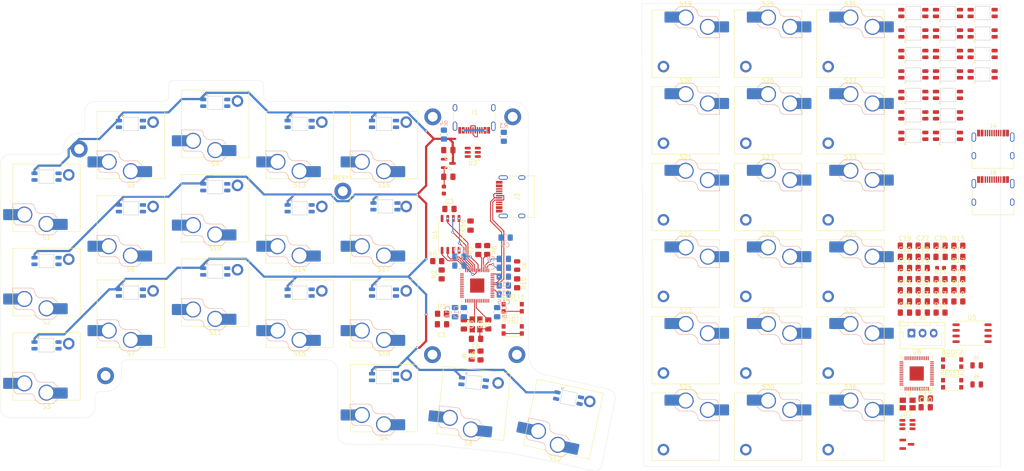
<source format=kicad_pcb>
(kicad_pcb (version 20240108) (generator "pcbnew") (generator_version "8.0")
  (layers (0 "F.Cu" signal) (31 "B.Cu" signal) (34 "B.Paste" user) (35 "F.Paste" user) (36 "B.SilkS" user "B.Silkscreen") (37 "F.SilkS" user "F.Silkscreen") (38 "B.Mask" user) (39 "F.Mask" user) (44 "Edge.Cuts" user))
  (net 0 "")
  (net 1 "USB_BOOT")
  (net 2 "GND")
  (net 3 "RESET")
  (net 4 "+5V")
  (net 5 "+3V3")
  (net 6 "Net-(U2-VO)")
  (net 7 "Net-(U4-XIN)")
  (net 8 "Net-(C6-Pad1)")
  (net 9 "+1V1")
  (net 10 "Net-(D1-A)")
  (net 11 "Net-(D2-A)")
  (net 12 "USB D-")
  (net 13 "Net-(J1-CC2)")
  (net 15 "USB D+")
  (net 17 "Net-(J1-CC1)")
  (net 21 "L_RX")
  (net 22 "L_TX")
  (net 26 "QSPI_SS")
  (net 27 "L_D+")
  (net 28 "Net-(U4-USB_DP)")
  (net 29 "Net-(U4-USB_DM)")
  (net 30 "L_D-")
  (net 31 "Net-(U4-XOUT)")
  (net 32 "GPIO_19")
  (net 33 "GPIO_1")
  (net 34 "GPIO_6")
  (net 35 "GPIO_11")
  (net 36 "GPIO_16")
  (net 37 "GPIO_2")
  (net 38 "GPIO_7")
  (net 39 "GPIO_12")
  (net 40 "GPIO_17")
  (net 41 "GPIO_3")
  (net 42 "GPIO_8")
  (net 43 "GPIO_13")
  (net 44 "GPIO_18")
  (net 45 "GPIO_4")
  (net 46 "GPIO_9")
  (net 47 "GPIO_14")
  (net 48 "GPIO_5")
  (net 49 "GPIO_10")
  (net 50 "GPIO_15")
  (net 51 "GPIO_0")
  (net 52 "QSPI_SD2")
  (net 53 "QSPI_SD0")
  (net 54 "QSPI_SCLK")
  (net 55 "QSPI_SD1")
  (net 56 "QSPI_SD3")
  (net 65 "GND_R")
  (net 66 "USB_BOOT_R")
  (net 67 "RESET_R")
  (net 68 "+5V_R")
  (net 69 "+3V3_R")
  (net 70 "Net-(U6-VO)")
  (net 71 "Net-(U8-XIN)")
  (net 72 "Net-(C24-Pad1)")
  (net 73 "Net-(D3-A)")
  (net 74 "Net-(D4-A)")
  (net 76 "Net-(J4-CC2)")
  (net 77 "Net-(J4-CC1)")
  (net 79 "SWD_R")
  (net 80 "SWCLK_R")
  (net 81 "R_RX")
  (net 82 "R_TX")
  (net 87 "QSPI_SS_R")
  (net 88 "Net-(U8-XOUT)")
  (net 89 "Net-(U8-USB_DP)")
  (net 90 "Net-(U8-USB_DM)")
  (net 91 "GPIO25_R")
  (net 92 "GPIO_1_R")
  (net 93 "GPIO_6_R")
  (net 94 "GPIO_11_R")
  (net 95 "GPIO_2_R")
  (net 96 "GPIO_7_R")
  (net 97 "GPIO_12_R")
  (net 98 "GPIO_16_R")
  (net 99 "GPIO_3_R")
  (net 100 "GPIO_8_R")
  (net 101 "GPIO_13_R")
  (net 102 "GPIO_17_R")
  (net 103 "GPIO_4_R")
  (net 104 "GPIO_9_R")
  (net 105 "GPIO_14_R")
  (net 106 "GPIO_5_R")
  (net 107 "GPIO_10_R")
  (net 108 "GPIO_15_R")
  (net 109 "GPIO_18_R")
  (net 110 "Net-(D5-DOUT)")
  (net 111 "Net-(D6-DOUT)")
  (net 112 "QSPI_SD2_R")
  (net 113 "QSPI_SD0_R")
  (net 114 "QSPI_SD3_R")
  (net 115 "QSPI_SCLK_R")
  (net 116 "QSPI_SD1_R")
  (net 117 "GPIO_0_R")
  (net 120 "Net-(D7-DOUT)")
  (net 124 "Net-(D8-DOUT)")
  (net 128 "USB D-_R")
  (net 129 "USB D+_R")
  (net 130 "L_D-_R")
  (net 131 "L_D+_R")
  (net 132 "+1V1_R")
  (net 133 "Net-(D10-DIN)")
  (net 134 "Net-(D10-DOUT)")
  (net 135 "Net-(D11-DOUT)")
  (net 136 "Net-(D12-DOUT)")
  (net 137 "Net-(D13-DOUT)")
  (net 138 "Net-(D14-DOUT)")
  (net 139 "Net-(D15-DOUT)")
  (net 140 "Net-(D16-DOUT)")
  (net 141 "Net-(D17-DOUT)")
  (net 142 "Net-(D18-DOUT)")
  (net 143 "Net-(D19-DOUT)")
  (net 144 "Net-(D20-DOUT)")
  (net 145 "Net-(D21-DOUT)")
  (net 147 "Net-(D23-DOUT)")
  (net 148 "Net-(D24-DOUT)")
  (net 149 "Net-(D25-DOUT)")
  (net 150 "Net-(D26-DOUT)")
  (net 151 "Net-(D27-DOUT)")
  (net 152 "Net-(D28-DOUT)")
  (net 153 "Net-(D29-DOUT)")
  (net 154 "Net-(D30-DOUT)")
  (net 155 "Net-(D31-DOUT)")
  (net 156 "Net-(D32-DOUT)")
  (net 157 "Net-(D33-DOUT)")
  (net 158 "Net-(D34-DOUT)")
  (net 159 "Net-(D35-DOUT)")
  (net 160 "Net-(D36-DOUT)")
  (net 161 "Net-(D37-DOUT)")
  (net 162 "Net-(D38-DOUT)")
  (net 163 "Net-(D39-DOUT)")
  (footprint "Package_SO:SOIC-8_5.23x5.23mm_P1.27mm" (layer "F.Cu") (at 241.45 93.732)
    (property "Reference" "U5")
    (property "Value" "W25Q128JVS")
  )
  (footprint "Resistor_SMD:R_0805_2012Metric_Pad1.20x1.40mm_HandSolder" (layer "F.Cu") (at 132.5 91.75 90)
    (property "Reference" "R9")
    (property "Value" "1k")
  )
  (footprint "ScottoKeebs_Components:LED_SK6812MINI" (layer "F.Cu") (at 243.825 35.457)
    (property "Reference" "D40" (hide yes))
    (property "Value" "LED_SK6812MINI" (hide yes))
    (fp_line (start -1.7 -1.5) (end -1.7 1.5) (stroke (width 0.12)) (layer "Edge.Cuts"))
    (fp_line (start -1.7 1.5) (end 1.7 1.5) (stroke (width 0.12)) (layer "Edge.Cuts"))
    (fp_line (start 1.7 -1.5) (end -1.7 -1.5) (stroke (width 0.12)) (layer "Edge.Cuts"))
    (fp_line (start 1.7 1.5) (end 1.7 -1.5) (stroke (width 0.12)) (layer "Edge.Cuts"))
  )
  (footprint "ScottoKeebs_Components:LED_0805" (layer "F.Cu") (at 128.75 98.75 90)
    (property "Reference" "D1" (hide yes))
    (property "Value" "Placeholder_LED" (hide yes))
  )
  (footprint "ScottoKeebs_Components:LED_SK6812MINI" (layer "F.Cu") (at 228.225 40.067)
    (property "Reference" "D27" (hide yes))
    (property "Value" "LED_SK6812MINI" (hide yes))
    (fp_line (start -1.7 -1.5) (end -1.7 1.5) (stroke (width 0.12)) (layer "Edge.Cuts"))
    (fp_line (start -1.7 1.5) (end 1.7 1.5) (stroke (width 0.12)) (layer "Edge.Cuts"))
    (fp_line (start 1.7 -1.5) (end -1.7 -1.5) (stroke (width 0.12)) (layer "Edge.Cuts"))
    (fp_line (start 1.7 1.5) (end 1.7 -1.5) (stroke (width 0.12)) (layer "Edge.Cuts"))
  )
  (footprint "ScottoKeebs_Hotswap:Hotswap_Choc_V2_Plated_1.00u" (layer "F.Cu") (at 129.202495 109.537505 174)
    (property "Reference" "S8")
    (property "Value" "Keyswitch")
  )
  (footprint "ScottoKeebs_Hotswap:Hotswap_Choc_V2_Plated_1.00u" (layer "F.Cu") (at 109.014995 70.350005 180)
    (property "Reference" "S17")
    (property "Value" "Keyswitch")
  )
  (footprint "Connector_USB:USB_C_Receptacle_HRO_TYPE-C-31-M-12" (layer "F.Cu") (at 246.17 63.177)
    (property "Reference" "J6")
    (property "Value" "USB_C_Receptacle")
  )
  (footprint "ScottoKeebs_Components:LED_SK6812MINI" (layer "F.Cu") (at 236.025 35.457)
    (property "Reference" "D33" (hide yes))
    (property "Value" "LED_SK6812MINI" (hide yes))
    (fp_line (start -1.7 -1.5) (end -1.7 1.5) (stroke (width 0.12)) (layer "Edge.Cuts"))
    (fp_line (start -1.7 1.5) (end 1.7 1.5) (stroke (width 0.12)) (layer "Edge.Cuts"))
    (fp_line (start 1.7 -1.5) (end -1.7 -1.5) (stroke (width 0.12)) (layer "Edge.Cuts"))
    (fp_line (start 1.7 1.5) (end 1.7 -1.5) (stroke (width 0.12)) (layer "Edge.Cuts"))
  )
  (footprint "Connector_JST:JST_XH_B3B-XH-AM_1x03_P2.50mm_Vertical" (layer "F.Cu") (at 227.8 93.722)
    (property "Reference" "J5")
    (property "Value" "Conn_01x03_Pin")
  )
  (footprint "Capacitor_SMD:C_0805_2012Metric_Pad1.18x1.45mm_HandSolder" (layer "F.Cu") (at 129.75 95 180)
    (property "Reference" "C6")
    (property "Value" "15p")
  )
  (footprint "Resistor_SMD:R_0805_2012Metric_Pad1.20x1.40mm_HandSolder" (layer "F.Cu") (at 238.36 81.562)
    (property "Reference" "R18")
    (property "Value" "27.4")
  )
  (footprint "MountingHole:MountingHole_2.2mm_M2_DIN965_Pad" (layer "F.Cu") (at 46.3125 103.3125)
    (property "Reference" "REF**" (hide yes))
    (property "Value" "MountingHole_2.2mm_M2_DIN965_Pad")
  )
  (footprint "Capacitor_SMD:C_0805_2012Metric_Pad1.18x1.45mm_HandSolder" (layer "F.Cu") (at 226.33 81.562)
    (property "Reference" "C22")
    (property "Value" "10u")
  )
  (footprint "Package_TO_SOT_SMD:SOT-23-6" (layer "F.Cu") (at 226.9 114.307)
    (property "Reference" "U7")
    (property "Value" "USBLC6-2SC6")
  )
  (footprint "ScottoKeebs_Hotswap:Hotswap_Choc_V2_Plated_1.00u" (layer "F.Cu") (at 109.014995 108.350005 180)
    (property "Reference" "S4")
    (property "Value" "Keyswitch")
  )
  (footprint "ScottoKeebs_Components:Voltage_SOT-23" (layer "F.Cu") (at 226.77 118.752)
    (property "Reference" "U6" (hide yes))
    (property "Value" "XC6206-3.3_SOT")
  )
  (footprint "ScottoKeebs_Hotswap:Hotswap_Choc_V2_Plated_1.00u" (layer "F.Cu") (at 90.014995 89.350005 180)
    (property "Reference" "S15")
    (property "Value" "Keyswitch")
  )
  (footprint "Capacitor_SMD:C_0805_2012Metric_Pad1.18x1.45mm_HandSolder" (layer "F.Cu") (at 226.33 86.582)
    (property "Reference" "C24")
    (property "Value" "15p")
  )
  (footprint "ScottoKeebs_Hotswap:Hotswap_Choc_V2_Plated_1.00u" (layer "F.Cu") (at 176.95 97.552)
    (property "Reference" "S23")
    (property "Value" "Keyswitch")
  )
  (footprint "Capacitor_SMD:C_0805_2012Metric_Pad1.18x1.45mm_HandSolder" (layer "F.Cu") (at 123.5 52.5 180)
    (property "Reference" "C2")
    (property "Value" "10u")
  )
  (footprint "Capacitor_SMD:C_0805_2012Metric_Pad1.18x1.45mm_HandSolder" (layer "F.Cu") (at 230.34 74.032)
    (property "Reference" "C27")
    (property "Value" "100n")
  )
  (footprint "ScottoKeebs_Hotswap:Hotswap_Choc_V2_Plated_1.00u" (layer "F.Cu") (at 214.05 28.544)
    (property "Reference" "S31")
    (property "Value" "Keyswitch")
  )
  (footprint "Capacitor_SMD:C_0805_2012Metric_Pad1.18x1.45mm_HandSolder" (layer "F.Cu") (at 231.01 108.442)
    (property "Reference" "C26")
    (property "Value" "1u")
  )
  (footprint "ScottoKeebs_Hotswap:Hotswap_Choc_V2_Plated_1.00u" (layer "F.Cu") (at 195.5 80.3)
    (property "Reference" "S28")
    (property "Value" "Keyswitch")
  )
  (footprint "Capacitor_SMD:C_0805_2012Metric_Pad1.18x1.45mm_HandSolder" (layer "F.Cu") (at 226.33 76.542)
    (property "Reference" "C20")
    (property "Value" "10u")
  )
  (footprint "ScottoKeebs_Hotswap:Hotswap_Choc_V2_Plated_1.00u" (layer "F.Cu") (at 214.05 114.804)
    (property "Reference" "S36")
    (property "Value" "Keyswitch")
  )
  (footprint "ScottoKeebs_Hotswap:Hotswap_Choc_V2_Plated_1.00u" (layer "F.Cu") (at 33.014995 101.225005 180)
    (property "Reference" "S3")
    (property "Value" "Keyswitch")
  )
  (footprint "Capacitor_SMD:C_0805_2012Metric_Pad1.18x1.45mm_HandSolder" (layer "F.Cu") (at 128.5 69.5 90)
    (property "Reference" "C10")
    (property "Value" "10u")
  )
  (footprint "ScottoKeebs_Hotswap:Hotswap_Choc_V2_Plated_1.00u" (layer "F.Cu") (at 176.95 28.544)
    (property "Reference" "S19")
    (property "Value" "Keyswitch")
  )
  (footprint "ScottoKeebs_Components:Fuse_0603" (layer "F.Cu") (at 234.35 79.052)
    (property "Reference" "F2" (hide yes))
    (property "Value" "500mA" (hide yes))
  )
  (footprint "ScottoKeebs_Hotswap:Hotswap_Choc_V2_Plated_1.00u" (layer "F.Cu") (at 33.014995 82.225005 180)
    (property "Reference" "S2")
    (property "Value" "Keyswitch")
  )
  (footprint "Resistor_SMD:R_0805_2012Metric_Pad1.20x1.40mm_HandSolder" (layer "F.Cu") (at 238.36 74.032)
    (property "Reference" "R15")
    (property "Value" "5K1")
  )
  (footprint "ScottoKeebs_Hotswap:Hotswap_Choc_V2_Plated_1.00u" (layer "F.Cu") (at 195.5 45.796)
    (property "Reference" "S26")
    (property "Value" "Keyswitch")
  )
  (footprint "Capacitor_SMD:C_0805_2012Metric_Pad1.18x1.45mm_HandSolder" (layer "F.Cu") (at 123.75 65.75)
    (property "Reference" "C3")
    (property "Value" "100n")
  )
  (footprint "ScottoKeebs_Hotswap:Hotswap_Choc_V2_Plated_1.00u" (layer "F.Cu") (at 176.95 63.048)
    (property "Reference" "S21")
    (property "Value" "Keyswitch")
  )
  (footprint "Capacitor_SMD:C_0805_2012Metric_Pad1.18x1.45mm_HandSolder" (layer "F.Cu") (at 226.33 74.032)
    (property "Reference" "C19")
    (property "Value" "100n")
  )
  (footprint "Package_TO_SOT_SMD:SOT-23-6" (layer "F.Cu") (at 129 53 180)
    (property "Reference" "U3")
    (property "Value" "USBLC6-2SC6")
  )
  (footprint "ScottoKeebs_Components:LED_SK6812MINI" (layer "F.Cu") (at 228.225 49.287)
    (property "Reference" "D29" (hide yes))
    (property "Value" "LED_SK6812MINI" (hide yes))
    (fp_line (start -1.7 -1.5) (end -1.7 1.5) (stroke (width 0.12)) (layer "Edge.Cuts"))
    (fp_line (start -1.7 1.5) (end 1.7 1.5) (stroke (width 0.12)) (layer "Edge.Cuts"))
    (fp_line (start 1.7 -1.5) (end -1.7 -1.5) (stroke (width 0.12)) (layer "Edge.Cuts"))
    (fp_line (start 1.7 1.5) (end 1.7 -1.5) (stroke (width 0.12)) (layer "Edge.Cuts"))
  )
  (footprint "Resistor_SMD:R_0805_2012Metric_Pad1.20x1.40mm_HandSolder" (layer "F.Cu") (at 234.35 84.072)
    (property "Reference" "R12")
    (property "Value" "10k")
  )
  (footprint "ScottoKeebs_Hotswap:Hotswap_Choc_V2_Plated_1.00u" (layer "F.Cu") (at 214.05 63.048)
    (property "Reference" "S33")
    (property "Value" "Keyswitch")
  )
  (footprint "ScottoKeebs_Hotswap:Hotswap_Choc_V2_Plated_1.00u" (layer "F.Cu") (at 214.05 97.552)
    (property "Reference" "S35")
    (property "Value" "Keyswitch")
  )
  (footprint "ScottoKeebs_Components:LED_SK6812MINI" (layer "F.Cu") (at 236.025 30.847)
    (property "Reference" "D32" (hide yes))
    (property "Value" "LED_SK6812MINI" (hide yes))
    (fp_line (start -1.7 -1.5) (end -1.7 1.5) (stroke (width 0.12)) (layer "Edge.Cuts"))
    (fp_line (start -1.7 1.5) (end 1.7 1.5) (stroke (width 0.12)) (layer "Edge.Cuts"))
    (fp_line (start 1.7 -1.5) (end -1.7 -1.5) (stroke (width 0.12)) (layer "Edge.Cuts"))
    (fp_line (start 1.7 1.5) (end 1.7 -1.5) (stroke (width 0.12)) (layer "Edge.Cuts"))
  )
  (footprint "Capacitor_SMD:C_0805_2012Metric_Pad1.18x1.45mm_HandSolder" (layer "F.Cu") (at 226.33 89.092)
    (property "Reference" "C25")
    (property "Value" "100n")
  )
  (footprint "ScottoKeebs_Components:LED_0805" (layer "F.Cu") (at 139 78.5 -90)
    (property "Reference" "D2" (hide yes))
    (property "Value" "Placeholder_LED" (hide yes))
  )
  (footprint "Resistor_SMD:R_0805_2012Metric_Pad1.20x1.40mm_HandSolder" (layer "F.Cu") (at 238.36 79.052)
    (property "Reference" "R17")
    (property "Value" "1k")
  )
  (footprint "ScottoKeebs_Components:LED_SK6812MINI" (layer "F.Cu") (at 243.825 26.237)
    (property "Reference" "D38" (hide yes))
    (property "Value" "LED_SK6812MINI" (hide yes))
    (fp_line (start -1.7 -1.5) (end -1.7 1.5) (stroke (width 0.12)) (layer "Edge.Cuts"))
    (fp_line (start -1.7 1.5) (end 1.7 1.5) (stroke (width 0.12)) (layer "Edge.Cuts"))
    (fp_line (start 1.7 -1.5) (end -1.7 -1.5) (stroke (width 0.12)) (layer "Edge.Cuts"))
    (fp_line (start 1.7 1.5) (end 1.7 -1.5) (stroke (width 0.12)) (layer "Edge.Cuts"))
  )
  (footprint "MountingHole:MountingHole_2.2mm_M2_DIN965_Pad" (layer "F.Cu") (at 40.375 52.25)
    (property "Reference" "REF**" (hide yes))
    (property "Value" "MountingHole_2.2mm_M2_DIN965_Pad")
  )
  (footprint "ScottoKeebs_Components:LED_SK6812MINI" (layer "F.Cu") (at 236.025 26.237)
    (property "Reference" "D31" (hide yes))
    (property "Value" "LED_SK6812MINI" (hide yes))
    (fp_line (start -1.7 -1.5) (end -1.7 1.5) (stroke (width 0.12)) (layer "Edge.Cuts"))
    (fp_line (start -1.7 1.5) (end 1.7 1.5) (stroke (width 0.12)) (layer "Edge.Cuts"))
    (fp_line (start 1.7 -1.5) (end -1.7 -1.5) (stroke (width 0.12)) (layer "Edge.Cuts"))
    (fp_line (start 1.7 1.5) (end 1.7 -1.5) (stroke (width 0.12)) (layer "Edge.Cuts"))
  )
  (footprint "Resistor_SMD:R_0805_2012Metric_Pad1.20x1.40mm_HandSolder" (layer "F.Cu") (at 121 77.5 180)
    (property "Reference" "R5")
    (property "Value" "DNF")
  )
  (footprint "Capacitor_SMD:C_0805_2012Metric_Pad1.18x1.45mm_HandSolder" (layer "F.Cu") (at 127 91.75 -90)
    (property "Reference" "C5")
    (property "Value" "15p")
  )
  (footprint "ScottoKeebs_Components:Voltage_SOT-23" (layer "F.Cu") (at 123.5 55.5)
    (property "Reference" "U2" (hide yes))
    (property "Value" "XC6206-3.3_SOT" (hide yes))
  )
  (footprint "Button_Switch_SMD:SW_Push_1P1T_NO_CK_KMR2" (layer "F.Cu") (at 138 88)
    (property "Reference" "RESET1")
    (property "Value" "RESET")
  )
  (footprint "Resistor_SMD:R_0805_2012Metric_Pad1.20x1.40mm_HandSolder" (layer "F.Cu") (at 238.36 76.542)
    (property "Reference" "R16")
    (property "Value" "1k")
  )
  (footprint "Capacitor_SMD:C_0805_2012Metric_Pad1.18x1.45mm_HandSolder" (layer "F.Cu") (at 122.077495 91.725005)
    (property "Reference" "C1")
    (property "Value" "100n")
  )
  (footprint "ScottoKeebs_Hotswap:Hotswap_Choc_V2_Plated_1.00u" (layer "F.Cu") (at 195.5 28.544)
    (property "Reference" "S25")
    (property "Value" "Keyswitch")
  )
  (footprint "Connector_USB:USB_C_Receptacle_HRO_TYPE-C-31-M-12" (layer "F.Cu") (at 246.17 52.707)
    (property "Reference" "J4")
    (property "Value" "USB_C_Receptacle")
  )
  (footprint "Package_DFN_QFN:QFN-56-1EP_7x7mm_P0.4mm_EP3.2x3.2mm" (layer "F.Cu") (at 228.98 102.802)
    (property "Reference" "U8")
    (property "Value" "RP2040")
  )
  (footprint "ScottoKeebs_Components:LED_SK6812MINI" (layer "F.Cu") (at 228.225 26.237)
    (property "Reference" "D24" (hide yes))
    (property "Value" "LED_SK6812MINI" (hide yes))
    (fp_line (start -1.7 -1.5) (end -1.7 1.5) (stroke (width 0.12)) (layer "Edge.Cuts"))
    (fp_line (start -1.7 1.5) (end 1.7 1.5) (stroke (width 0.12)) (layer "Edge.Cuts"))
    (fp_line (start 1.7 -1.5) (end -1.7 -1.5) (stroke (width 0.12)) (layer "Edge.Cuts"))
    (fp_line (start 1.7 1.5) (end 1.7 -1.5) (stroke (width 0.12)) (layer "Edge.Cuts"))
  )
  (footprint "Resistor_SMD:R_0805_2012Metric_Pad1.20x1.40mm_HandSolder" (layer "F.Cu") (at 238.36 86.582)
    (property "Reference" "R20")
    (property "Value" "1k")
  )
  (footprint "MountingHole:MountingHole_2.2mm_M2_DIN965_Pad" (layer "F.Cu") (at 119.9375 98.5625)
    (property "Reference" "REF**" (hide yes))
    (property "Value" "MountingHole_2.2mm_M2_DIN965_Pad")
  )
  (footprint "ScottoKeebs_Components:LED_0805" (layer "F.Cu") (at 242.49 105.272)
    (property "Reference" "D4" (hide yes))
    (property "Value" "Placeholder_LED" (hide yes))
  )
  (footprint "ScottoKeebs_Hotswap:Hotswap_Choc_V2_Plated_1.00u" (layer "F.Cu") (at 195.5 63.048)
    (property "Reference" "S27")
    (property "Value" "Keyswitch")
  )
  (footprint "ScottoKeebs_Hotswap:Hotswap_Choc_V2_Plated_1.00u" (layer "F.Cu") (at 176.95 80.3)
    (property "Reference" "S22")
    (property "Value" "Keyswitch")
  )
  (footprint "Capacitor_SMD:C_0805_2012Metric_Pad1.18x1.45mm_HandSolder" (layer "F.Cu") (at 234.35 76.542)
    (property "Reference" "C36")
    (property "Value" "100n")
  )
  (footprint "Capacitor_SMD:C_0805_2012Metric_Pad1.18x1.45mm_HandSolder" (layer "F.Cu") (at 234.35 74.032)
    (property "Reference" "C35")
    (property "Value" "100n")
  )
  (footprint "ScottoKeebs_Components:LED_SK6812MINI" (layer "F.Cu") (at 236.025 21.627)
    (property "Reference" "D30" (hide yes))
    (property "Value" "LED_SK6812MINI" (hide yes))
    (fp_line (start -1.7 -1.5) (end -1.7 1.5) (stroke (width 0.12)) (layer "Edge.Cuts"))
    (fp_line (start -1.7 1.5) (end 1.7 1.5) (stroke (width 0.12)) (layer "Edge.Cuts"))
    (fp_line (start 1.7 -1.5) (end -1.7 -1.5) (stroke (width 0.12)) (layer "Edge.Cuts"))
    (fp_line (start 1.7 1.5) (end 1.7 -1.5) (stroke (width 0.12)) (layer "Edge.Cuts"))
  )
  (footprint "Capacitor_SMD:C_0805_2012Metric_Pad1.18x1.45mm_HandSolder" (layer "F.Cu") (at 231.01 110.412)
    (property "Reference" "C30")
    (property "Value" "1u")
  )
  (footprint "ScottoKeebs_Components:LED_SK6812MINI" (layer "F.Cu") (at 236.025 44.677)
    (property "Reference" "D35" (hide yes))
    (property "Value" "LED_SK6812MINI" (hide yes))
    (fp_line (start -1.7 -1.5) (end -1.7 1.5) (stroke (width 0.12)) (layer "Edge.Cuts"))
    (fp_line (start -1.7 1.5) (end 1.7 1.5) (stroke (width 0.12)) (layer "Edge.Cuts"))
    (fp_line (start 1.7 -1.5) (end -1.7 -1.5) (stroke (width 0.12)) (layer "Edge.Cuts"))
    (fp_line (start 1.7 1.5) (end 1.7 -1.5) (stroke (width 0.12)) (layer "Edge.Cuts"))
  )
  (footprint "Resistor_SMD:R_0805_2012Metric_Pad1.20x1.40mm_HandSolder" (layer "F.Cu") (at 132.25 75 90)
    (property "Reference" "R8")
    (property "Value" "27.4")
  )
  (footprint "ScottoKeebs_Hotswap:Hotswap_Choc_V2_Plated_1.00u" (layer "F.Cu") (at 195.5 114.804)
    (property "Reference" "S30")
    (property "Value" "Keyswitch")
  )
  (footprint "ScottoKeebs_Components:Fuse_0603" (layer "F.Cu") (at 122.5 61.5 -90)
    (property "Reference" "F1" (hide yes))
    (property "Value" "500mA" (hide yes))
  )
  (footprint "ScottoKeebs_Hotswap:Hotswap_Choc_V2_Plated_1.00u" (layer "F.Cu") (at 176.95 45.796)
    (property "Reference" "S20")
    (property "Value" "Keyswitch")
  )
  (footprint "Capacitor_SMD:C_0805_2012Metric_Pad1.18x1.45mm_HandSolder" (layer "F.Cu") (at 226.33 79.052)
    (property "Reference" "C21")
    (property "Value" "100n")
  )
  (footprint "Resistor_SMD:R_0805_2012Metric_Pad1.20x1.40mm_HandSolder" (layer "F.Cu") (at 234.35 81.562)
    (property "Reference" "R11")
    (property "Value" "1k")
  )
  (footprint "Resistor_SMD:R_0805_2012Metric_Pad1.20x1.40mm_HandSolder" (layer "F.Cu") (at 122 80.5 90)
    (property "Reference" "R2")
    (property "Value" "1k")
  )
  (footprint "MountingHole:MountingHole_2.2mm_M2_DIN965_Pad" (layer "F.Cu") (at 138 45)
    (property "Reference" "REF**" (hide yes))
    (property "Value" "MountingHole_2.2mm_M2_DIN965_Pad")
  )
  (footprint "Capacitor_SMD:C_0805_2012Metric_Pad1.18x1.45mm_HandSolder" (layer "F.Cu") (at 230.34 81.562)
    (property "Reference" "C31")
    (property "Value" "100n")
  )
  (footprint "ScottoKeebs_Components:LED_SK6812MINI" (layer "F.Cu") (at 236.025 40.067)
    (property "Reference" "D34" (hide yes))
    (property "Value" "LED_SK6812MINI" (hide yes))
    (fp_line (start -1.7 -1.5) (end -1.7 1.5) (stroke (width 0.12)) (layer "Edge.Cuts"))
    (fp_line (start -1.7 1.5) (end 1.7 1.5) (stroke (width 0.12)) (layer "Edge.Cuts"))
    (fp_line (start 1.7 -1.5) (end -1.7 -1.5) (stroke (width 0.12)) (layer "Edge.Cuts"))
    (fp_line (start 1.7 1.5) (end 1.7 -1.5) (stroke (width 0.12)) (layer "Edge.Cuts"))
  )
  (footprint "Connector_USB:USB_C_Receptacle_HRO_TYPE-C-31-M-12" (layer "F.Cu") (at 139 63 90)
    (property "Reference" "J3")
    (property "Value" "USB_C_Receptacle")
  )
  (footprint "ScottoKeebs_Hotswap:Hotswap_Choc_V2_Plated_1.00u" (layer "F.Cu") (at 109.014995 51.350005 180)
    (property "Reference" "S16")
    (property "Value" "Keyswitch")
  )
  (footprint "ScottoKeebs_Hotswap:Hotswap_Choc_V2_Plated_1.00u" (layer "F.Cu") (at 90.014995 70.350005 180)
    (property "Reference" "S14")
    (property "Value" "Keyswitch")
  )
  (footprint "Resistor_SMD:R_0805_2012Metric_Pad1.20x1.40mm_HandSolder" (layer "F.Cu") (at 234.35 86.582)
    (property "Reference" "R13")
    (property "Value" "DNF")
  )
  (footprint "Capacitor_SMD:C_0805_2012Metric_Pad1.18x1.45mm_HandSolder" (layer "F.Cu") (at 230.34 84.072)
    (property "Reference" "C32")
    (property "Value" "100n")
  )
  (footprint "Resistor_SMD:R_0805_2012Metric_Pad1.20x1.40mm_HandSolder" (layer "F.Cu") (at 130.25 75 -90)
    (property "Reference" "R7")
    (property "Value" "27.4")
  )
  (footprint "MountingHole:MountingHole_2.2mm_M2_DIN965_Pad" (layer "F.Cu") (at 120 45)
    (property "Reference" "REF**" (hide yes))
    (property "Value" "MountingHole_2.2mm_M2_DIN965_Pad")
  )
  (footprint "Resistor_SMD:R_0805_2012Metric_Pad1.20x1.40mm_HandSolder" (layer "F.Cu") (at 122.077495 89.350005)
    (property "Reference" "R1")
    (property "Value" "10k")
  )
  (footprint "ScottoKeebs_Components:LED_SK6812MINI" (layer "F.Cu") (at 236.025 49.287)
    (property "Reference" "D36" (hide yes))
    (property "Value" "LED_SK6812MINI" (hide yes))
    (fp_line (start -1.7 -1.5) (end -1.7 1.5) (stroke (width 0.12)) (layer "Edge.Cuts"))
    (fp_line (start -1.7 1.5) (end 1.7 1.5) (stroke (width 0.12)) (layer "Edge.Cuts"))
    (fp_line (start 1.7 -1.5) (end -1.7 -1.5) (stroke (width 0.12)) (layer "Edge.Cuts"))
    (fp_line (start 1.7 1.5) (end 1.7 -1.5) (stroke (width 0.12)) (layer "Edge.Cuts"))
  )
  (footprint "ScottoKeebs_Hotswap:Hotswap_Choc_V2_Plated_1.00u" (layer "F.Cu") (at 52.014995 51.350005 180)
    (property "Reference" "S5")
    (property "Value" "Keyswitch")
  )
  (footprint "ScottoKeebs_Hotswap:Hotswap_Choc_V2_Plated_1.00u" (layer "F.Cu") (at 195.5 97.552)
    (property "Reference" "S29")
    (property "Value" "Keyswitch")
  )
  (footprint "ScottoKeebs_Components:LED_SK6812MINI" (layer "F.Cu") (at 243.825 30.847)
    (property "Reference" "D39" (hide yes))
    (property "Value" "LED_SK6812MINI" (hide yes))
    (fp_line (start -1.7 -1.5) (end -1.7 1.5) (stroke (width 0.12)) (layer "Edge.Cuts"))
    (fp_line (start -1.7 1.5) (end 1.7 1.5) (stroke (width 0.12)) (layer "Edge.Cuts"))
    (fp_line (start 1.7 -1.5) (end -1.7 -1.5) (stroke (width 0.12)) (layer "Edge.Cuts"))
    (fp_line (start 1.7 1.5) (end 1.7 -1.5) (stroke (width 0.12)) (layer "Edge.Cuts"))
  )
  (footprint "Capacitor_SMD:C_0805_2012Metric_Pad1.18x1.45mm_HandSolder" (layer "F.Cu") (at 226.33 84.072)
    (property "Reference" "C23")
    (property "Value" "15p")
  )
  (footprint "ScottoKeebs_Hotswap:Hotswap_Choc_V2_Plated_1.00u" (layer "F.Cu") (at 71.014995 46.600005 180)
    (property "Reference" "S9")
    (property "Value" "Keyswitch")
  )
  (footprint "Capacitor_SMD:C_0805_2012Metric_Pad1.18x1.45mm_HandSolder" (layer "F.Cu") (at 230.34 89.092)
    (property "Reference" "C34")
    (property "Value" "100n")
  )
  (footprint "MountingHole:MountingHole_2.2mm_M2_DIN965_Pad" (layer "F.Cu") (at 138.9375 98.5625)
    (property "Reference" "REF**" (hide yes))
    (property "Value" "MountingHole_2.2mm_M2_DIN965_Pad")
  )
  (footprint "Capacitor_SMD:C_0805_2012Metric_Pad1.18x1.45mm_HandSolder" (layer "F.Cu") (at 123.5 58.5)
    (property "Reference" "C4")
    (property "Value" "10u")
  )
  (footprint "Resistor_SMD:R_0805_2012Metric_Pad1.20x1.40mm_HandSolder" (layer "F.Cu") (at 139 82.5 90)
    (property "Reference" "R10")
    (property "Value" "1k")
  )
  (footprint "Capacitor_SMD:C_0805_2012Metric_Pad1.18x1.45mm_HandSolder" (layer "F.Cu") (at 230.34 86.582)
    (property "Reference" "C33")
    (property "Value" "100n")
  )
  (footprint "ScottoKeebs_Hotswap:Hotswap_Choc_V2_Plated_1.00u" (layer "F.Cu") (at 149.389995 113.100005 168)
    (property "Reference" "S12")
    (property "Value" "Keyswitch")
  )
  (footprint "ScottoKeebs_Hotswap:Hotswap_Choc_V2_Plated_1.00u" (layer "F.Cu") (at 214.05 45.796)
    (property "Reference" "S32")
    (property "Value" "Keyswitch")
  )
  (footprint "ScottoKeebs_Components:LED_0805" (layer "F.Cu") (at 242.49 100.972)
    (property "Reference" "D3" (hide yes))
    (property "Value" "Placeholder_LED" (hide yes))
  )
  (footprint "Crystal:Crystal_SMD_Abracon_ABM8G-4Pin_3.2x2.5mm" (layer "F.Cu") (at 129.75 91.75 -90)
    (property "Reference" "Y1")
    (property "Value" "Crystal_GND24")
  )
  (footprint "Resistor_SMD:R_0805_2012Metric_Pad1.20x1.40mm_HandSolder" (layer "F.Cu") (at 234.35 89.092)
    (property "Reference" "R14")
    (property "Value" "5K1")
  )
  (footprint "ScottoKeebs_Hotswap:Hotswap_Choc_V2_Plated_1.00u" (layer "F.Cu") (at 90.014995 51.350005 180)
    (property "Reference" "S13")
    (property "Value" "Keyswitch")
  )
  (footprint "Button_Switch_SMD:SW_Push_1P1T_NO_CK_KMR2" (layer "F.Cu") (at 236.96 100.472)
    (property "Reference" "BOOT2")
    (property "Value" "USB_BOOT")
  )
  (footprint "ScottoKeebs_Hotswap:Hotswap_Choc_V2_Plated_1.00u" (layer "F.Cu") (at 214.05 80.3)
    (property "Reference" "S34")
    (property "Value" "Keyswitch")
  )
  (footprint "ScottoKeebs_Components:LED_SK6812MINI" (layer "F.Cu") (at 228.225 44.677)
    (property "Reference" "D28" (hide yes))
    (property "Value" "LED_SK6812MINI" (hide yes))
    (fp_line (start -1.7 -1.5) (end -1.7 1.5) (stroke (width 0.12)) (layer "Edge.Cuts"))
    (fp_line (start -1.7 1.5) (end 1.7 1.5) (stroke (width 0.12)) (layer "Edge.Cuts"))
    (fp_line (start 1.7 -1.5) (end -1.7 -1.5) (stroke (width 0.12)) (layer "Edge.Cuts"))
    (fp_line (start 1.7 1.5) (end 1.7 -1.5) (stroke (width 0.12)) (layer "Edge.Cuts"))
  )
  (footprint "Capacitor_SMD:C_0805_2012Metric_Pad1.18x1.45mm_HandSolder" (layer "F.Cu") (at 230.34 76.542)
    (property "Reference" "C28")
    (property "Value" "10u")
  )
  (footprint "ScottoKeebs_Components:LED_SK6812MINI" (layer "F.Cu") (at 243.825 21.627)
    (property "Reference" "D37" (hide yes))
    (property "Value" "LED_SK6812MINI" (hide yes))
    (fp_line (start -1.7 -1.5) (end -1.7 1.5) (stroke (width 0.12)) (layer "Edge.Cuts"))
    (fp_line (start -1.7 1.5) (end 1.7 1.5) (stroke (width 0.12)) (layer "Edge.Cuts"))
    (fp_line (start 1.7 -1.5) (end -1.7 -1.5) (stroke (width 0.12)) (layer "Edge.Cuts"))
    (fp_line (start 1.7 1.5) (end 1.7 -1.5) (stroke (width 0.12)) (layer "Edge.Cuts"))
  )
  (footprint "ScottoKeebs_Components:LED_SK6812MINI" (layer "F.Cu") (at 228.225 30.847)
    (property "Reference" "D25" (hide yes))
    (property "Value" "LED_SK6812MINI" (hide yes))
    (fp_line (start -1.7 -1.5) (end -1.7 1.5) (stroke (width 0.12)) (layer "Edge.Cuts"))
    (fp_line (start -1.7 1.5) (end 1.7 1.5) (stroke (width 0.12)) (layer "Edge.Cuts"))
    (fp_line (start 1.7 -1.5) (end -1.7 -1.5) (stroke (width 0.12)) (layer "Edge.Cuts"))
    (fp_line (start 1.7 1.5) (end 1.7 -1.5) (stroke (width 0.12)) (layer "Edge.Cuts"))
  )
  (footprint "Button_Switch_SMD:SW_Push_1P1T_NO_CK_KMR2" (layer "F.Cu") (at 138 93)
    (property "Reference" "BOOT1")
    (property "Value" "USB_BOOT")
  )
  (footprint "ScottoKeebs_Hotswap:Hotswap_Choc_V2_Plated_1.00u" (layer "F.Cu") (at 52.014995 70.350005 180)
    (property "Reference" "S6")
    (property "Value" "Keyswitch")
  )
  (footprint "Capacitor_SMD:C_0805_2012Metric_Pad1.18x1.45mm_HandSolder" (layer "F.Cu") (at 230.34 79.052)
    (property "Reference" "C29")
    (property "Value" "100n")
  )
  (footprint "Package_SO:SOIC-8_5.23x5.23mm_P1.27mm" (layer "F.Cu") (at 124 71.5 90)
    (property "Reference" "U1")
    (property "Value" "W25Q128JVS")
  )
  (footprint "ScottoKeebs_Components:LED_SK6812MINI" (layer "F.Cu") (at 228.225 21.627)
    (property "Reference" "D23" (hide yes))
    (property "Value" "LED_SK6812MINI" (hide yes))
    (fp_line (start -1.7 -1.5) (end -1.7 1.5) (stroke (width 0.12)) (layer "Edge.Cuts"))
    (fp_line (start -1.7 1.5) (end 1.7 1.5) (stroke (width 0.12)) (layer "Edge.Cuts"))
    (fp_line (start 1.7 -1.5) (end -1.7 -1.5) (stroke (width 0.12)) (layer "Edge.Cuts"))
    (fp_line (start 1.7 1.5) (end 1.7 -1.5) (stroke (width 0.12)) (layer "Edge.Cuts"))
  )
  (footprint "ScottoKeebs_Hotswap:Hotswap_Choc_V2_Plated_1.00u" (layer "F.Cu") (at 52.014995 89.350005 180)
    (property "Reference" "S7")
    (property "Value" "Keyswitch")
  )
  (footprint "ScottoKeebs_Hotswap:Hotswap_Choc_V2_Plated_1.00u" (layer "F.Cu") (at 176.95 114.804)
    (property "Reference" "S24")
    (property "Value" "Keyswitch")
  )
  (footprint "ScottoKeebs_Components:LED_SK6812MINI" (layer "F.Cu") (at 228.225 35.457)
    (property "Reference" "D26" (hide yes))
    (property "Value" "LED_SK6812MINI" (hide yes))
    (fp_line (start -1.7 -1.5) (end -1.7 1.5) (stroke (width 0.12)) (layer "Edge.Cuts"))
    (fp_line (start -1.7 1.5) (end 1.7 1.5) (stroke (width 0.12)) (layer "Edge.Cuts"))
    (fp_line (start 1.7 -1.5) (end -1.7 -1.5) (stroke (width 0.12)) (layer "Edge.Cuts"))
    (fp_line (start 1.7 1.5) (end 1.7 -1.5) (stroke (width 0.12)) (layer "Edge.Cuts"))
  )
  (footprint "ScottoKeebs_Hotswap:Hotswap_Choc_V2_Plated_1.00u" (layer "F.Cu") (at 71.014995 84.600005 180)
    (property "Reference" "S11")
    (property "Value" "Keyswitch")
  )
  (footprint "ScottoKeebs_Hotswap:Hotswap_Choc_V2_Plated_1.00u" (layer "F.Cu") (at 71.014995 65.600005 180)
    (property "Reference" "S10")
    (property "Value" "Keyswitch")
  )
  (footprint "Resistor_SMD:R_0805_2012Metric_Pad1.20x1.40mm_HandSolder" (layer "F.Cu") (at 130.75 98.75 90)
    (property "Reference" "R6")
    (property "Value" "1k")
  )
  (footprint "MountingHole:MountingHole_2.2mm_M2_DIN965_Pad" (layer "F.Cu") (at 99.75 61.75)
    (property "Reference" "REF**")
    (property "Value" "MountingHole_2.2mm_M2_DIN965_Pad")
  )
  (footprint "Connector_USB:USB_C_Receptacle_HRO_TYPE-C-31-M-12" (layer "F.Cu") (at 129.32 44 180)
    (property "Reference" "J1")
    (property "Value" "USB_C_Receptacle")
  )
  (footprint "ScottoKeebs_Hotswap:Hotswap_Choc_V2_Plated_1.00u" (layer "F.Cu") (at 33.014995 63.225005 180)
    (property "Reference" "S1")
    (property "Value" "Keyswitch")
  )
  (footprint "Crystal:Crystal_SMD_Abracon_ABM8G-4Pin_3.2x2.5mm" (layer "F.Cu") (at 226.95 109.682)
    (property "Reference" "Y2")
    (property "Value" "Crystal_GND24")
  )
  (footprint "Resistor_SMD:R_0805_2012Metric_Pad1.20x1.40mm_HandSolder" (layer "F.Cu") (at 238.36 84.072)
    (property "Reference" "R19")
    (property "Value" "27.4")
  )
  (footprint "Package_DFN_QFN:QFN-56-1EP_7x7mm_P0.4mm_EP3.2x3.2mm" (layer "F.Cu") (at 130 83)
    (property "Reference" "U4" (hide yes))
    (property "Value" "RP2040")
  )
  (footprint "Button_Switch_SMD:SW_Push_1P1T_NO_CK_KMR2" (layer "F.Cu") (at 236.96 105.122)
    (property "Reference" "RESET2")
    (property "Value" "RESET")
  )
  (footprint "ScottoKeebs_Hotswap:Hotswap_Choc_V2_Plated_1.00u" (layer "F.Cu") (at 109.014995 89.350005 180)
    (property "Reference" "S18")
    (property "Value" "Keyswitch")
  )
  (footprint "ScottoKeebs_Components:LED_SK6812MINI" (layer "B.Cu") (at 129.202495 104.787505 -6)
    (property "Reference" "D5" (hide yes))
    (property "Value" "LED_SK6812MINI" (hide yes))
    (fp_line (start -1.7 1.5) (end 1.7 1.5) (stroke (width 0.12)) (layer "Edge.Cuts"))
    (fp_line (start -1.7 -1.5) (end -1.7 1.5) (stroke (width 0.12)) (layer "Edge.Cuts"))
    (fp_line (start 1.7 1.5) (end 1.7 -1.5) (stroke (width 0.12)) (layer "Edge.Cuts"))
    (fp_line (start 1.7 -1.5) (end -1.7 -1.5) (stroke (width 0.12)) (layer "Edge.Cuts"))
  )
  (footprint "Resistor_SMD:R_0805_2012Metric_Pad1.20x1.40mm_HandSolder" (layer "B.Cu") (at 136 49.5 90)
    (property "Reference" "R3")
    (property "Value" "5K1")
  )
  (footprint "Capacitor_SMD:C_0805_2012Metric_Pad1.18x1.45mm_HandSolder" (layer "B.Cu") (at 126 78.5 180)
    (property "Reference" "C7")
    (property "Value" "100n")
  )
  (footprint "Capacitor_SMD:C_0805_2012Metric_Pad1.18x1.45mm_HandSolder" (layer "B.Cu") (at 136 78.987505)
    (property "Reference" "C12")
    (property "Value" "1u")
  )
  (footprint "ScottoKeebs_Components:LED_SK6812MINI" (layer "B.Cu") (at 150.577495 108.350005 -12)
    (property "Reference" "D6" (hide yes))
    (property "Value" "LED_SK6812MINI" (hide yes))
    (fp_line (start -1.7 1.499999) (end 1.700001 1.5) (stroke (width 0.12)) (layer "Edge.Cuts"))
    (fp_line (start -1.700001 -1.5) (end -1.7 1.499999) (stroke (width 0.12)) (layer "Edge.Cuts"))
    (fp_line (start 1.700001 1.5) (end 1.7 -1.499999) (stroke (width 0.12)) (layer "Edge.Cuts"))
    (fp_line (start 1.7 -1.499999) (end -1.700001 -1.5) (stroke (width 0.12)) (layer "Edge.Cuts"))
  )
  (footprint "ScottoKeebs_Components:LED_SK6812MINI" (layer "B.Cu") (at 52.014995 65.600005)
    (property "Reference" "D14" (hide yes))
    (property "Value" "LED_SK6812MINI" (hide yes))
    (fp_line (start -1.700002 -1.5) (end -1.699999 1.499998) (stroke (width 0.12)) (layer "Edge.Cuts"))
    (fp_line (start -1.699999 1.499998) (end 1.700002 1.5) (stroke (width 0.12)) (layer "Edge.Cuts"))
    (fp_line (start 1.699999 -1.499998) (end -1.700002 -1.5) (stroke (width 0.12)) (layer "Edge.Cuts"))
    (fp_line (start 1.700002 1.5) (end 1.699999 -1.499998) (stroke (width 0.12)) (layer "Edge.Cuts"))
  )
  (footprint "Capacitor_SMD:C_0805_2012Metric_Pad1.18x1.45mm_HandSolder" (layer "B.Cu") (at 134.5 89 90)
    (property "Reference" "C16")
    (property "Value" "100n")
  )
  (footprint "Capacitor_SMD:C_0805_2012Metric_Pad1.18x1.45mm_HandSolder" (layer "B.Cu") (at 127 89 -90)
    (property "Reference" "C13")
    (property "Value" "100n")
  )
  (footprint "ScottoKeebs_Components:LED_SK6812MINI" (layer "B.Cu") (at 71.014995 41.850005)
    (property "Reference" "D20" (hide yes))
    (property "Value" "LED_SK6812MINI" (hide yes))
    (fp_line (start -1.700001 -1.499999) (end -1.700001 1.499997) (stroke (width 0.12)) (layer "Edge.Cuts"))
    (fp_line (start -1.700001 1.499997) (end 1.700001 1.499999) (stroke (width 0.12)) (layer "Edge.Cuts"))
    (fp_line (start 1.700001 -1.499997) (end -1.700001 -1.499999) (stroke (width 0.12)) (layer "Edge.Cuts"))
    (fp_line (start 1.700001 1.499999) (end 1.700001 -1.499997) (stroke (width 0.12)) (layer "Edge.Cuts"))
  )
  (footprint "ScottoKeebs_Components:LED_SK6812MINI" (layer "B.Cu") (at 109.014995 46.600004)
    (property "Reference" "D18" (hide yes))
    (property "Value" "LED_SK6812MINI" (hide yes))
    (fp_line (start -1.700003 -1.499996) (end -1.700001 1.499997) (stroke (width 0.12)) (layer "Edge.Cuts"))
    (fp_line (start -1.700001 1.499997) (end 1.700003 1.499996) (stroke (width 0.12)) (layer "Edge.Cuts"))
    (fp_line (start 1.700001 -1.499997) (end -1.700003 -1.499996) (stroke (width 0.12)) (layer "Edge.Cuts"))
    (fp_line (start 1.700003 1.499996) (end 1.700001 -1.499997) (stroke (width 0.12)) (layer "Edge.Cuts"))
  )
  (footprint "ScottoKeebs_Components:LED_SK6812MINI" (layer "B.Cu") (at 71.014995 60.850005)
    (property "Reference" "D15" (hide yes))
    (property "Value" "LED_SK6812MINI" (hide yes))
    (fp_line (start -1.700002 -1.5) (end -1.699999 1.499998) (stroke (width 0.12)) (layer "Edge.Cuts"))
    (fp_line (start -1.699999 1.499998) (end 1.700002 1.5) (stroke (width 0.12)) (layer "Edge.Cuts"))
    (fp_line (start 1.699999 -1.499998) (end -1.700002 -1.5) (stroke (width 0.12)) (layer "Edge.Cuts"))
    (fp_line (start 1.700002 1.5) (end 1.699999 -1.499998) (stroke (width 0.12)) (layer "Edge.Cuts"))
  )
  (footprint "ScottoKeebs_Components:LED_SK6812MINI" (layer "B.Cu") (at 33.014995 77.475005)
    (property "Reference" "D13" (hide yes))
    (property "Value" "LED_SK6812MINI" (hide yes))
    (fp_line (start -1.700002 -1.5) (end -1.699999 1.499998) (stroke (width 0.12)) (layer "Edge.Cuts"))
    (fp_line (start -1.699999 1.499998) (end 1.700002 1.5) (stroke (width 0.12)) (layer "Edge.Cuts"))
    (fp_line (start 1.699999 -1.499998) (end -1.700002 -1.5) (stroke (width 0.12)) (layer "Edge.Cuts"))
    (fp_line (start 1.700002 1.5) (end 1.699999 -1.499998) (stroke (width 0.12)) (layer "Edge.Cuts"))
  )
  (footprint "Capacitor_SMD:C_0805_2012Metric_Pad1.18x1.45mm_HandSolder" (layer "B.Cu") (at 136 81)
    (property "Reference" "C11")
    (property "Value" "100n")
  )
  (footprint "Capacitor_SMD:C_0805_2012Metric_Pad1.18x1.45mm_HandSolder" (layer "B.Cu") (at 136.4 72.2)
    (property "Reference" "C9")
    (property "Value" "100n")
  )
  (footprint "Capacitor_SMD:C_0805_2012Metric_Pad1.18x1.45mm_HandSolder" (layer "B.Cu") (at 136 77)
    (property "Reference" "C8")
    (property "Value" "1u")
  )
  (footprint "ScottoKeebs_Components:LED_SK6812MINI" (layer "B.Cu") (at 109.014995 84.600005)
    (property "Reference" "D8" (hide yes))
    (property "Value" "LED_SK6812MINI" (hide yes))
    (fp_line (start -1.700005 -1.499999) (end -1.699998 1.5) (stroke (width 0.12)) (layer "Edge.Cuts"))
    (fp_line (start -1.699998 1.5) (end 1.700005 1.499999) (stroke (width 0.12)) (layer "Edge.Cuts"))
    (fp_line (start 1.699998 -1.5) (end -1.700005 -1.499999) (stroke (width 0.12)) (layer "Edge.Cuts"))
    (fp_line (start 1.700005 1.499999) (end 1.699998 -1.5) (stroke (width 0.12)) (layer "Edge.Cuts"))
  )
  (footprint "ScottoKeebs_Components:LED_SK6812MINI" (layer "B.Cu") (at 109.339995 65.162505)
    (property "Reference" "D17" (hide yes))
    (property "Value" "LED_SK6812MINI" (hide yes))
    (fp_line (start -1.700002 -1.5) (end -1.699999 1.499998) (stroke (width 0.12)) (layer "Edge.Cuts"))
    (fp_line (start -1.699999 1.499998) (end 1.700002 1.5) (stroke (width 0.12)) (layer "Edge.Cuts"))
    (fp_line (start 1.699999 -1.499998) (end -1.700002 -1.5) (stroke (width 0.12)) (layer "Edge.Cuts"))
    (fp_line (start 1.700002 1.5) (end 1.699999 -1.499998) (stroke (width 0.12)) (layer "Edge.Cuts"))
  )
  (footprint "ScottoKeebs_Components:LED_SK6812MINI" (layer "B.Cu") (at 90.014995 84.600005)
    (property "Reference" "D9" (hide yes))
    (property "Value" "LED_SK6812MINI" (hide yes))
    (fp_line (start -1.700005 -1.499999) (end -1.699998 1.5) (stroke (width 0.12)) (layer "Edge.Cuts"))
    (fp_line (start -1.699998 1.5) (end 1.700005 1.499999) (stroke (width 0.12)) (layer "Edge.Cuts"))
    (fp_line (start 1.699998 -1.5) (end -1.700005 -1.499999) (stroke (width 0.12)) (layer "Edge.Cuts"))
    (fp_line (start 1.700005 1.499999) (end 1.699998 -1.5) (stroke (width 0.12)) (layer "Edge.Cuts"))
  )
  (footprint "ScottoKeebs_Components:LED_SK6812MINI" (layer "B.Cu") (at 52.014995 84.600005)
    (property "Reference" "D11" (hide yes))
    (property "Value" "LED_SK6812MINI" (hide yes))
    (fp_line (start -1.700001 -1.499999) (end -1.700001 1.499997) (stroke (width 0.12)) (layer "Edge.Cuts"))
    (fp_line (start -1.700001 1.499997) (end 1.700001 1.499999) (stroke (width 0.12)) (layer "Edge.Cuts"))
    (fp_line (start 1.700001 -1.499997) (end -1.700001 -1.499999) (stroke (width 0.12)) (layer "Edge.Cuts"))
    (fp_line (start 1.700001 1.499999) (end 1.700001 -1.499997) (stroke (width 0.12)) (layer "Edge.Cuts"))
  )
  (footprint "ScottoKeebs_Components:LED_SK6812MINI" (layer "B.Cu") (at 109.014995 103.600005)
    (property "Reference" "D7" (hide yes))
    (property "Value" "LED_SK6812MINI" (hide yes))
    (fp_line (start -1.700005 -1.499999) (end -1.699998 1.5) (stroke (width 0.12)) (layer "Edge.Cuts"))
    (fp_line (start -1.699998 1.5) (end 1.700005 1.499999) (stroke (width 0.12)) (layer "Edge.Cuts"))
    (fp_line (start 1.699998 -1.5) (end -1.700005 -1.499999) (stroke (width 0.12)) (layer "Edge.Cuts"))
    (fp_line (start 1.700005 1.499999) (end 1.699998 -1.5) (stroke (width 0.12)) (layer "Edge.Cuts"))
  )
  (footprint "Capacitor_SMD:C_0805_2012Metric_Pad1.18x1.45mm_HandSolder" (layer "B.Cu") (at 125 89 -90)
    (property "Reference" "C18")
    (property "Value" "100n")
  )
  (footprint "ScottoKeebs_Components:LED_SK6812MINI" (layer "B.Cu") (at 90.014995 65.600005)
    (property "Reference" "D16" (hide yes))
    (property "Value" "LED_SK6812MINI" (hide yes))
    (fp_line (start -1.700002 -1.5) (end -1.699999 1.499998) (stroke (width 0.12)) (layer "Edge.Cuts"))
    (fp_line (start -1.699999 1.499998) (end 1.700002 1.5) (stroke (width 0.12)) (layer "Edge.Cuts"))
    (fp_line (start 1.699999 -1.499998) (end -1.700002 -1.5) (stroke (width 0.12)) (layer "Edge.Cuts"))
    (fp_line (start 1.700002 1.5) (end 1.699999 -1.499998) (stroke (width 0.12)) (layer "Edge.Cuts"))
  )
  (footprint "ScottoKeebs_Components:LED_SK6812MINI" (layer "B.Cu") (at 71.014995 79.850005)
    (property "Reference" "D10" (hide yes))
    (property "Value" "LED_SK6812MINI" (hide yes))
    (fp_line (start -1.700001 -1.499999) (end -1.700001 1.499997) (stroke (width 0.12)) (layer "Edge.Cuts"))
    (fp_line (start -1.700001 1.499997) (end 1.700001 1.499999) (stroke (width 0.12)) (layer "Edge.Cuts"))
    (fp_line (start 1.700001 -1.499997) (end -1.700001 -1.499999) (stroke (width 0.12)) (layer "Edge.Cuts"))
    (fp_line (start 1.700001 1.499999) (end 1.700001 -1.499997) (stroke (width 0.12)) (layer "Edge.Cuts"))
  )
  (footprint "ScottoKeebs_Components:LED_SK6812MINI" (layer "B.Cu") (at 52.014995 46.600005)
    (property "Reference" "D21" (hide yes))
    (property "Value" "LED_SK6812MINI" (hide yes))
    (fp_line (start -1.700005 -1.499999) (end -1.699998 1.5) (stroke (width 0.12)) (layer "Edge.Cuts"))
    (fp_line (start -1.699998 1.5) (end 1.700005 1.499999) (stroke (width 0.12)) (layer "Edge.Cuts"))
    (fp_line (start 1.699998 -1.5) (end -1.700005 -1.499999) (stroke (width 0.12)) (layer "Edge.Cuts"))
    (fp_line (start 1.700005 1.499999) (end 1.699998 -1.5) (stroke (width 0.12)) (layer "Edge.Cuts"))
  )
  (footprint "ScottoKeebs_Components:LED_SK6812MINI" (layer "B.Cu") (at 33.014995 58.475005)
    (property "Reference" "D22" (hide yes))
    (property "Value" "LED_SK6812MINI" (hide yes))
    (fp_line (start -1.700005 -1.499999) (end -1.699998 1.5) (stroke (width 0.12)) (layer "Edge.Cuts"))
    (fp_line (start -1.699998 1.5) (end 1.700005 1.499999) (stroke (width 0.12)) (layer "Edge.Cuts"))
    (fp_line (start 1.699998 -1.5) (end -1.700005 -1.499999) (stroke (width 0.12)) (layer "Edge.Cuts"))
    (fp_line (start 1.700005 1.499999) (end 1.699998 -1.5) (stroke (width 0.12)) (layer "Edge.Cuts"))
  )
  (footprint "ScottoKeebs_Components:LED_SK6812MINI" (layer "B.Cu") (at 33.014995 96.475005)
    (property "Reference" "D12" (hide yes))
    (property "Value" "LED_SK6812MINI" (hide yes))
    (fp_line (start -1.700001 -1.499999) (end -1.700001 1.499997) (stroke (width 0.12)) (layer "Edge.Cuts"))
    (fp_line (start -1.700001 1.499997) (end 1.700001 1.499999) (stroke (width 0.12)) (layer "Edge.Cuts"))
    (fp_line (start 1.700001 -1.499997) (end -1.700001 -1.499999) (stroke (width 0.12)) (layer "Edge.Cuts"))
    (fp_line (start 1.700001 1.499999) (end 1.700001 -1.499997) (stroke (width 0.12)) (layer "Edge.Cuts"))
  )
  (footprint "ScottoKeebs_Components:LED_SK6812MINI" (layer "B.Cu") (at 90.014997 46.60001)
    (property "Reference" "D19" (hide yes))
    (property "Value" "LED_SK6812MINI" (hide yes))
    (fp_line (start -1.700003 -1.500001) (end -1.699999 1.499998) (stroke (width 0.12)) (layer "Edge.Cuts"))
    (fp_line (start -1.699999 1.499998) (end 1.700003 1.500001) (stroke (width 0.12)) (layer "Edge.Cuts"))
    (fp_line (start 1.699999 -1.499998) (end -1.700003 -1.500001) (stroke (width 0.12)) (layer "Edge.Cuts"))
    (fp_line (start 1.700003 1.500001) (end 1.699999 -1.499998) (stroke (width 0.12)) (layer "Edge.Cuts"))
  )
  (footprint "Capacitor_SMD:C_0805_2012Metric_Pad1.18x1.45mm_HandSolder" (layer "B.Cu") (at 136 83)
    (property "Reference" "C17")
    (property "Value" "100n")
  )
  (footprint "Resistor_SMD:R_0805_2012Metric_Pad1.20x1.40mm_HandSolder" (layer "B.Cu") (at 122.5 49 90)
    (property "Reference" "R4")
    (property "Value" "5K1")
  )
  (footprint "Capacitor_SMD:C_0805_2012Metric_Pad1.18x1.45mm_HandSolder" (layer "B.Cu") (at 136 85)
    (property "Reference" "C15")
    (property "Value" "100n")
  )
  (footprint "Capacitor_SMD:C_0805_2012Metric_Pad1.18x1.45mm_HandSolder" (layer "B.Cu") (at 126 76.5 180)
    (property "Reference" "C14")
    (property "Value" "100n")
  )
  (gr_arc (start 41.5625 47.5) (mid 41.214689 48.339689) (end 40.375 48.6875) (stroke (width 0.05)) (layer "Edge.Cuts"))
  (gr_line (start 49.875 103.3125) (end 49.875 100.9375) (stroke (width 0.05)) (layer "Edge.Cuts"))
  (gr_arc (start 43.9375 108.0625) (mid 44.285311 107.222811) (end 45.125 106.875) (stroke (width 0.05)) (layer "Edge.Cuts"))
  (gr_arc (start 41.5625 43.9375) (mid 42.258121 42.258121) (end 43.9375 41.5625) (stroke (width 0.05)) (layer "Edge.Cuts"))
  (gr_arc (start 60.5625 38) (mid 60.910311 37.160311) (end 61.75 36.8125) (stroke (width 0.05)) (layer "Edge.Cuts"))
  (gr_line (start 22.5625 55.8125) (end 22.5625 110.4375) (stroke (width 0.05)) (layer "Edge.Cuts"))
  (gr_line (start 46.3125 106.875) (end 45.125 106.875) (stroke (width 0.05)) (layer "Edge.Cuts"))
  (gr_arc (start 43.9375 110.4375) (mid 43.241879 112.116879) (end 41.5625 112.8125) (stroke (width 0.05)) (layer "Edge.Cuts"))
  (gr_line (start 167.55 123.75) (end 247.8 123.75) (stroke (width 0.05)) (layer "Edge.Cuts"))
  (gr_line (start 61.75 36.8125) (end 80.75 36.8125) (stroke (width 0.05)) (layer "Edge.Cuts"))
  (gr_line (start 137.645916 120.736041) (end 156.176615 124.678639) (stroke (width 0.05)) (layer "Edge.Cuts"))
  (gr_line (start 83.125 41.5625) (end 124.5 41.5625) (stroke (width 0.05)) (layer "Edge.Cuts"))
  (gr_arc (start 24.9375 112.8125) (mid 23.258121 112.116879) (end 22.5625 110.4375) (stroke (width 0.05)) (layer "Edge.Cuts"))
  (gr_arc (start 158 123.75) (mid 157.271366 124.573755) (end 156.176615 124.678639) (stroke (width 0.05)) (layer "Edge.Cuts"))
  (gr_arc (start 80.75 36.8125) (mid 81.589689 37.160311) (end 81.9375 38) (stroke (width 0.05)) (layer "Edge.Cuts"))
  (gr_line (start 81.9375 38) (end 81.9375 40.375) (stroke (width 0.05)) (layer "Edge.Cuts"))
  (gr_arc (start 36.8125 52.25) (mid 37.855932 49.730932) (end 40.375 48.6875) (stroke (width 0.05)) (layer "Edge.Cuts"))
  (gr_line (start 24.9375 112.8125) (end 41.5625 112.8125) (stroke (width 0.05)) (layer "Edge.Cuts"))
  (gr_arc (start 159.211305 106.268695) (mid 160.745624 107.215239) (end 161 109) (stroke (width 0.05)) (layer "Edge.Cuts"))
  (gr_arc (start 49.875 100.9375) (mid 50.222811 100.097811) (end 51.0625 99.75) (stroke (width 0.05)) (layer "Edge.Cuts"))
  (gr_arc (start 22.5625 55.8125) (mid 23.258121 54.133121) (end 24.9375 53.4375) (stroke (width 0.05)) (layer "Edge.Cuts"))
  (gr_arc (start 36.8125 52.25) (mid 36.464689 53.089689) (end 35.625 53.4375) (stroke (width 0.05)) (layer "Edge.Cuts"))
  (gr_line (start 51.0625 99.75) (end 96.1875 99.75) (stroke (width 0.05)) (layer "Edge.Cuts"))
  (gr_arc (start 83.125 41.5625) (mid 82.285311 41.214689) (end 81.9375 40.375) (stroke (width 0.05)) (layer "Edge.Cuts"))
  (gr_line (start 43.9375 41.5625) (end 59.375 41.5625) (stroke (width 0.05)) (layer "Edge.Cuts"))
  (gr_line (start 124.5 41.5625) (end 138 41.5625) (stroke (width 0.05)) (layer "Edge.Cuts"))
  (gr_line (start 100.9375 118.75) (end 118.75 118.75) (stroke (width 0.05)) (layer "Edge.Cuts"))
  (gr_arc (start 96.1875 99.75) (mid 97.866879 100.445621) (end 98.5625 102.125) (stroke (width 0.05)) (layer "Edge.Cuts"))
  (gr_line (start 60.5625 38) (end 60.5625 40.375) (stroke (width 0.05)) (layer "Edge.Cuts"))
  (gr_arc (start 145.113014 103.047947) (mid 142.574273 101.409569) (end 141.562501 98.5625) (stroke (width 0.05)) (layer "Edge.Cuts"))
  (gr_arc (start 49.875 103.3125) (mid 48.831568 105.831568) (end 46.3125 106.875) (stroke (width 0.05)) (layer "Edge.Cuts"))
  (gr_line (start 141.5 59) (end 141.562501 98.5625) (stroke (width 0.05)) (layer "Edge.Cuts"))
  (gr_arc (start 60.5625 40.375) (mid 60.214689 41.214689) (end 59.375 41.5625) (stroke (width 0.05)) (layer "Edge.Cuts"))
  (gr_line (start 43.9375 108.0625) (end 43.9375 110.4375) (stroke (width 0.05)) (layer "Edge.Cuts"))
  (gr_line (start 247.8 123.75) (end 247.8 19.75) (stroke (width 0.05)) (layer "Edge.Cuts"))
  (gr_line (start 118.75 118.75) (end 137.645916 120.736041) (stroke (width 0.05)) (layer "Edge.Cuts"))
  (gr_line (start 158 123.75) (end 161 109) (stroke (width 0.05)) (layer "Edge.Cuts"))
  (gr_line (start 247.8 19.75) (end 167.05 19.5) (stroke (width 0.05)) (layer "Edge.Cuts"))
  (gr_line (start 24.9375 53.4375) (end 35.625 53.4375) (stroke (width 0.05)) (layer "Edge.Cuts"))
  (gr_line (start 98.5625 102.125) (end 98.5625 116.375) (stroke (width 0.05)) (layer "Edge.Cuts"))
  (gr_arc (start 100.9375 118.75) (mid 99.258121 118.054379) (end 98.5625 116.375) (stroke (width 0.05)) (layer "Edge.Cuts"))
  (gr_arc (start 138 41.5625) (mid 140.519068 42.605932) (end 141.5625 45.125) (stroke (width 0.05)) (layer "Edge.Cuts"))
  (gr_line (start 141.5 59) (end 141.5625 45.125) (stroke (width 0.05)) (layer "Edge.Cuts"))
  (gr_line (start 167.05 19.5) (end 167.55 123.75) (stroke (width 0.05)) (layer "Edge.Cuts"))
  (gr_line (start 41.5625 47.5) (end 41.5625 43.9375) (stroke (width 0.05)) (layer "Edge.Cuts"))
  (gr_line (start 159.211305 106.268695) (end 145.113014 103.047947) (stroke (width 0.05)) (layer "Edge.Cuts"))
  (segment (start 135.950005 93.800005) (end 135.949999 93.799999) (width 0.2) (layer "F.Cu") (net 1))
  (segment (start 140.050003 93.800005) (end 135.950005 93.800005) (width 0.2) (layer "F.Cu") (net 1))
  (via (at 125.905 75.100006) (size 0.6) (drill 0.3) (layers "F.Cu" "B.Cu") (net 2))
  (segment (start 135.950005 88.800005) (end 135.949999 88.799999) (width 0.2) (layer "F.Cu") (net 3))
  (segment (start 140.050003 88.800005) (end 135.950005 88.800005) (width 0.2) (layer "F.Cu") (net 3))
  (segment (start 118.5 51.710136) (end 120.25 49.960136) (width 0.5) (layer "F.Cu") (net 4))
  (segment (start 116.5 62.5) (end 118.5 60.5) (width 0.5) (layer "F.Cu") (net 4))
  (segment (start 124.5375 55.399999) (end 124.437498 55.500001) (width 0.5) (layer "F.Cu") (net 4))
  (segment (start 123.685136 49.960136) (end 120.25 49.960136) (width 0.5) (layer "F.Cu") (net 4))
  (segment (start 117 97) (end 116.5 97) (width 0.5) (layer "F.Cu") (net 4))
  (segment (start 124.5375 52.5) (end 124.5375 55.399999) (width 0.5) (layer "F.Cu") (net 4))
  (segment (start 118.5 77) (end 118.5 64.5) (width 0.5) (layer "F.Cu") (net 4))
  (segment (start 120.25 49.960136) (end 118.5 48.210136) (width 0.5) (layer "F.Cu") (net 4))
  (segment (start 118.5 64.5) (end 116.5 62.5) (width 0.5) (layer "F.Cu") (net 4))
  (segment (start 125.039864 49.960136) (end 123.685136 49.960136) (width 0.5) (layer "F.Cu") (net 4))
  (segment (start 124.5 50.775) (end 123.685136 49.960136) (width 0.5) (layer "F.Cu") (net 4))
  (segment (start 124.5 51.5) (end 124.5 52.4625) (width 0.5) (layer "F.Cu") (net 4))
  (segment (start 124.5 50.775) (end 124.5 51.5) (width 0.5) (layer "F.Cu") (net 4))
  (segment (start 118.5 60.5) (end 118.5 51.710136) (width 0.5) (layer "F.Cu") (net 4))
  (segment (start 118.5 95.5) (end 117 97) (width 0.5) (layer "F.Cu") (net 4))
  (segment (start 124.5 52.4625) (end 124.5375 52.5) (width 0.5) (layer "F.Cu") (net 4))
  (segment (start 118.5 89.5) (end 118.5 95.5) (width 0.5) (layer "F.Cu") (net 4))
  (via (at 118.5 77) (size 0.6) (drill 0.3) (layers "F.Cu" "B.Cu") (net 4))
  (via (at 131.77 48.045) (size 0.6) (drill 0.3) (layers "F.Cu" "B.Cu") (net 4))
  (via (at 116.5 97) (size 0.6) (drill 0.3) (layers "F.Cu" "B.Cu") (net 4))
  (via (at 118.5 48.210136) (size 0.6) (drill 0.3) (layers "F.Cu" "B.Cu") (net 4))
  (via (at 116.5 62.5) (size 0.6) (drill 0.3) (layers "F.Cu" "B.Cu") (net 4))
  (via (at 118.5 89.5) (size 0.6) (drill 0.3) (layers "F.Cu" "B.Cu") (net 4))
  (via (at 126.87 48.045) (size 0.6) (drill 0.3) (layers "F.Cu" "B.Cu") (net 4))
  (segment (start 87.314997 45.039345) (end 88.354342 44) (width 0.5) (layer "B.Cu") (net 4))
  (segment (start 118.5 89.5) (end 118.5 85) (width 0.5) (layer "B.Cu") (net 4))
  (segment (start 116.5 62.5) (end 108.5 62.5) (width 0.5) (layer "B.Cu") (net 4))
  (segment (start 48.504334 83.850006) (end 47.149994 83.850006) (width 0.5) (layer "B.Cu") (net 4))
  (segment (start 50.354337 44) (end 49.314995 45.039342) (width 0.5) (layer "B.Cu") (net 4))
  (segment (start 106.639995 63.601843) (end 107.741838 62.5) (width 0.5) (layer "B.Cu") (net 4))
  (segment (start 30.314995 75.914342) (end 30.314995 76.725004) (width 0.5) (layer "B.Cu") (net 4))
  (segment (start 30.314995 94.914345) (end 30.314995 95.725006) (width 0.5) (layer "B.Cu") (net 4))
  (segment (start 60.5 63) (end 50.354339 63) (width 0.5) (layer "B.Cu") (net 4))
  (segment (start 98.5 64) (end 97 62.5) (width 0.5) (layer "B.Cu") (net 4))
  (segment (start 67.60434 41) (end 63.5 41) (width 0.5) (layer "B.Cu") (net 4))
  (segment (start 36 56) (end 31.229337 56) (width 0.5) (layer "B.Cu") (net 4))
  (segment (start 87.314995 64.039342) (end 87.314995 64.850004) (width 0.5) (layer "B.Cu") (net 4))
  (segment (start 97 62.5) (end 89 62.5) (width 0.5) (layer "B.Cu") (net 4))
  (segment (start 89 62.5) (end 88.854337 62.5) (width 0.5) (layer "B.Cu") (net 4))
  (segment (start 117 102) (end 125 102) (width 0.5) (layer "B.Cu") (net 4))
  (segment (start 62.5 79) (end 60 81.5) (width 0.5) (layer "B.Cu") (net 4))
  (segment (start 114.25 99.25) (end 112.149994 101.350006) (width 0.5) (layer "B.Cu") (net 4))
  (segment (start 30.314995 56.914342) (end 30.314995 57.725004) (width 0.5) (layer "B.Cu") (net 4))
  (segment (start 31.229337 56) (end 30.314995 56.914342) (width 0.5) (layer "B.Cu") (net 4))
  (segment (start 106.314995 83.039341) (end 106.314995 83.850004) (width 0.5) (layer "B.Cu") (net 4))
  (segment (start 69.104337 58.5) (end 70.5 58.5) (width 0.5) (layer "B.Cu") (net 4))
  (segment (start 87.314995 83.039342) (end 87.314995 83.850004) (width 0.5) (layer "B.Cu") (net 4))
  (segment (start 31.004331 75.225006) (end 30.314995 75.914342) (width 0.5) (layer "B.Cu") (net 4))
  (segment (start 40.362258 50) (end 38 52.362258) (width 0.5) (layer "B.Cu") (net 4))
  (segment (start 49.314995 83.039345) (end 49.314995 83.850006) (width 0.5) (layer "B.Cu") (net 4))
  (segment (start 49.314995 45.850004) (end 49.037738 45.850004) (width 0.5) (layer "B.Cu") (net 4))
  (segment (start 69.104338 58.5) (end 67.604338 60) (width 0.5) (layer "B.Cu") (net 4))
  (segment (start 136 102) (end 141.055033 107.055033) (width 0.5) (layer "B.Cu") (net 4))
  (segment (start 89.5 44) (end 83 44) (width 0.5) (layer "B.Cu") (net 4))
  (segment (start 50.354339 63) (end 49.314995 64.039344) (width 0.5) (layer "B.Cu") (net 4))
  (segment (start 118.5 48.210136) (end 114.289864 44) (width 0.5) (layer "B.Cu") (net 4))
  (segment (start 82 81) (end 78 77) (width 0.5) (layer "B.Cu") (net 4))
  (segment (start 114.5 81) (end 108.354336 81) (width 0.5) (layer "B.Cu") (net 4))
  (segment (start 107.35434 44) (end 106.314999 45.039341) (width 0.5) (layer "B.Cu") (net 4))
  (segment (start 89.354337 81) (end 87.314995 83.039342) (width 0.5) (layer "B.Cu") (net 4))
  (segment (start 44.887742 50) (end 40.362258 50) (width 0.5) (layer "B.Cu") (net 4))
  (segment (start 108.354336 81) (end 89.354337 81) (width 0.5) (layer "B.Cu") (net 4))
  (segment (start 83 44) (end 78.5 39.5) (width 0.5) (layer "B.Cu") (net 4))
  (segment (start 49.314995 64.039344) (end 49.314995 64.850004) (width 0.5) (layer "B.Cu") (net 4))
  (segment (start 88.354342 44) (end 89.5 44) (width 0.5) (layer "B.Cu") (net 4))
  (segment (start 107.35434 44) (end 89.5 44) (width 0.5) (layer "B.Cu") (net 4))
  (segment (start 106.639995 64.412504) (end 106.639995 63.601843) (width 0.5) (layer "B.Cu") (net 4))
  (segment (start 89.354337 81) (end 82 81) (width 0.5) (layer "B.Cu") (net 4))
  (segment (start 50.85434 81.5) (end 49.314995 83.039345) (width 0.5) (layer "B.Cu") (net 4))
  (segment (start 82 62.5) (end 78 58.5) (width 0.5) (layer "B.Cu") (net 4))
  (segment (start 63.5 60) (end 60.5 63) (width 0.5) (layer "B.Cu") (net 4))
  (segment (start 114.25 99.25) (end 117 102) (width 0.5) (layer "B.Cu") (net 4))
  (segment (start 101 64) (end 98.5 64) (width 0.5) (layer "B.Cu") (net 4))
  (segment (start 69.004333 39.600007) (end 68.314995 40.289345) (width 0.5) (layer "B.Cu") (net 4))
  (segment (start 125 102) (end 136 102) (width 0.5) (layer "B.Cu") (net 4))
  (segment (start 49.314995 64.039344) (end 38.129333 75.225006) (width 0.5) (layer "B.Cu") (net 4))
  (segment (start 70.5 58.5) (end 69.104338 58.5) (width 0.5) (layer "B.Cu") (net 4))
  (segment (start 118.5 85) (end 114.5 81) (width 0.5) (layer "B.Cu") (net 4))
  (segment (start 67.60434 79) (end 62.5 79) (width 0.5) (layer "B.Cu") (net 4))
  (segment (start 78 58.5) (end 70.5 58.5) (width 0.5) (layer "B.Cu") (net 4))
  (segment (start 114.289864 44) (end 107.35434 44) (width 0.5) (layer "B.Cu") (net 4))
  (segment (start 37 94) (end 31.22934 94) (width 0.5) (layer "B.Cu") (net 4))
  (segment (start 126.595683 103.759387) (end 125 102.163704) (width 0.5) (layer "B.Cu") (net 4))
  (segment (start 106.314999 45.039341) (end 106.314999 45.850005) (width 0.5) (layer "B.Cu") (net 4))
  (segment (start 60 81.5) (end 50.85434 81.5) (width 0.5) (layer "B.Cu") (net 4))
  (segment (start 38 52.362258) (end 38 54) (width 0.5) (layer "B.Cu") (net 4))
  (segment (start 49.037738 45.850004) (end 44.887742 50) (width 0.5) (layer "B.Cu") (net 4))
  (segment (start 68.314995 60.100004) (end 68.314995 59.289342) (width 0.5) (layer "B.Cu") (net 4))
  (segment (start 78.399993 39.600007) (end 69.004333 39.600007) (width 0.5) (layer "B.Cu") (net 4))
  (segment (start 31.22934 94) (end 30.314995 94.914345) (width 0.5) (layer "B.Cu") (net 4))
  (segment (start 108.354336 81) (end 106.314995 83.039341) (width 0.5) (layer "B.Cu") (net 4))
  (segment (start 49.314995 83.039345) (end 48.504334 83.850006) (width 0.5) (layer "B.Cu") (net 4))
  (segment (start 78 77) (end 69.60434 77) (width 0.5) (layer "B.Cu") (net 4))
  (segment (start 107.004331 101.350006) (end 106.314995 102.039342) (width 0.5) (layer "B.Cu") (net 4))
  (segment (start 131.77 48.045) (end 126.87 48.045) (width 0.5) (layer "B.Cu") (net 4))
  (segment (start 125 102.163704) (end 125 102) (width 0.5) (layer "B.Cu") (net 4))
  (segment (start 69.004333 39.600007) (end 67.60434 41) (width 0.5) (layer "B.Cu") (net 4))
  (segment (start 69.60434 77) (end 67.60434 79) (width 0.5) (layer "B.Cu") (net 4))
  (segment (start 106.314995 102.039342) (end 106.314995 102.850004) (width 0.5) (layer "B.Cu") (net 4))
  (segment (start 38.129333 75.225006) (end 31.004331 75.225006) (width 0.5) (layer "B.Cu") (net 4))
  (segment (start 49.314995 45.039342) (end 49.314995 45.850004) (width 0.5) (layer "B.Cu") (net 4))
  (segment (start 68.314995 40.289345) (end 68.314995 41.100006) (width 0.5) (layer "B.Cu") (net 4))
  (segment (start 78.5 39.5) (end 78.399993 39.600007) (width 0.5) (layer "B.Cu") (net 4))
  (segment (start 89 62.5) (end 82 62.5) (width 0.5) (layer "B.Cu") (net 4))
  (segment (start 67.604338 60) (end 63.5 60) (width 0.5) (layer "B.Cu") (net 4))
  (segment (start 141.055033 107.055033) (end 148.092431 107.055033) (width 0.5) (layer "B.Cu") (net 4))
  (segment (start 63.5 41) (end 60.5 44) (width 0.5) (layer "B.Cu") (net 4))
  (segment (start 88.854337 62.5) (end 87.314995 64.039342) (width 0.5) (layer "B.Cu") (net 4))
  (segment (start 107.741838 62.5) (end 108.5 62.5) (width 0.5) (layer "B.Cu") (net 4))
  (segment (start 87.314997 45.850009) (end 87.314997 45.039345) (width 0.5) (layer "B.Cu") (net 4))
  (segment (start 38 54) (end 36 56) (width 0.5) (layer "B.Cu") (net 4))
  (segment (start 114.5 81) (end 118.5 77) (width 0.5) (layer "B.Cu") (net 4))
  (segment (start 68.314995 59.289342) (end 69.104337 58.5) (width 0.5) (layer "B.Cu") (net 4))
  (segment (start 68.314995 78.289345) (end 68.314995 79.100006) (width 0.5) (layer "B.Cu") (net 4))
  (segment (start 108.5 62.5) (end 102.5 62.5) (width 0.5) (layer "B.Cu") (net 4))
  (segment (start 102.5 62.5) (end 101 64) (width 0.5) (layer "B.Cu") (net 4))
  (segment (start 47.149994 83.850006) (end 37 94) (width 0.5) (layer "B.Cu") (net 4))
  (segment (start 116.5 97) (end 114.25 99.25) (width 0.5) (layer "B.Cu") (net 4))
  (segment (start 112.149994 101.350006) (end 107.004331 101.350006) (width 0.5) (layer "B.Cu") (net 4))
  (segment (start 60.5 44) (end 50.354337 44) (width 0.5) (layer "B.Cu") (net 4))
  (segment (start 69.60434 77) (end 68.314995 78.289345) (width 0.5) (layer "B.Cu") (net 4))
  (segment (start 134.9625 84.99114) (end 133.97136 84) (width 0.2) (layer "F.Cu") (net 5))
  (segment (start 134.9625 85) (end 134.9625 84.99114) (width 0.2) (layer "F.Cu") (net 5))
  (segment (start 130.2 78.242892) (end 130.2 79.5625) (width 0.2) (layer "F.Cu") (net 5))
  (segment (start 128.5 76.542892) (end 130.2 78.242892) (width 0.2) (layer "F.Cu") (net 5))
  (segment (start 133.5 78.25) (end 132.75 78.25) (width 0.2) (layer "F.Cu") (net 5))
  (segment (start 133.97136 84) (end 133.4375 84) (width 0.2) (layer "F.Cu") (net 5))
  (segment (start 134.3 80.4) (end 133.4375 80.4) (width 0.2) (layer "F.Cu") (net 5))
  (segment (start 130.6 79.5625) (end 130.2 79.5625) (width 0.2) (layer "F.Cu") (net 5))
  (segment (start 134.9 81) (end 134.3 80.4) (width 0.2) (layer "F.Cu") (net 5))
  (segment (start 132.75 78.25) (end 132.2 78.8) (width 0.2) (layer "F.Cu") (net 5))
  (segment (start 132.2 78.8) (end 132.2 79.5625) (width 0.2) (layer "F.Cu") (net 5))
  (via (at 133.5 78.25) (size 0.6) (drill 0.3) (layers "F.Cu" "B.Cu") (net 5))
  (via (at 134.9 81) (size 0.6) (drill 0.3) (layers "F.Cu" "B.Cu") (net 5))
  (via (at 134.9625 85) (size 0.6) (drill 0.3) (layers "F.Cu" "B.Cu") (net 5))
  (via (at 128.5 76.542892) (size 0.6) (drill 0.3) (layers "F.Cu" "B.Cu") (net 5))
  (segment (start 127.1375 76.4) (end 127.0375 76.5) (width 0.2) (layer "B.Cu") (net 5))
  (segment (start 133.5 78.25) (end 134.237505 78.987505) (width 0.2) (layer "B.Cu") (net 5))
  (segment (start 128.357108 76.4) (end 127.1375 76.4) (width 0.2) (layer "B.Cu") (net 5))
  (segment (start 128.5 76.542892) (end 128.357108 76.4) (width 0.2) (layer "B.Cu") (net 5))
  (segment (start 134.237505 78.987505) (end 134.9625 78.987505) (width 0.2) (layer "B.Cu") (net 5))
  (segment (start 134.9625 81) (end 134.9 81) (width 0.2) (layer "B.Cu") (net 5))
  (segment (start 122.562499 56.45) (end 122.562499 60.650003) (width 0.2) (layer "F.Cu") (net 6))
  (segment (start 122.562499 60.650003) (end 122.499998 60.712504) (width 0.2) (layer "F.Cu") (net 6))
  (segment (start 129.4 90.15) (end 129.4 86.4375) (width 0.2) (layer "F.Cu") (net 7))
  (segment (start 128.9 90.65) (end 129.4 90.15) (width 0.2) (layer "F.Cu") (net 7))
  (segment (start 127.0625 90.65) (end 127 90.7125) (width 0.2) (layer "F.Cu") (net 7))
  (segment (start 128.9 90.65) (end 127.0625 90.65) (width 0.2) (layer "F.Cu") (net 7))
  (segment (start 132.5 92.75) (end 130.7 92.75) (width 0.2) (layer "F.Cu") (net 8))
  (segment (start 130.6 94.8125) (end 130.7875 95) (width 0.2) (layer "F.Cu") (net 8))
  (segment (start 130.7 92.75) (end 130.6 92.85) (width 0.2) (layer "F.Cu") (net 8))
  (segment (start 130.6 92.85) (end 130.6 94.8125) (width 0.2) (layer "F.Cu") (net 8))
  (segment (start 129 80.5) (end 129.39636 80.5) (width 0.2) (layer "F.Cu") (net 9))
  (segment (start 132.75 77.5) (end 131.8 78.45) (width 0.2) (layer "F.Cu") (net 9))
  (segment (start 129.39636 80.5) (end 129.8 80.09636) (width 0.2) (layer "F.Cu") (net 9))
  (segment (start 129.8 80.09636) (end 129.8 79.5625) (width 0.2) (layer "F.Cu") (net 9))
  (segment (start 131.8 78.45) (end 131.8 79.5625) (width 0.2) (layer "F.Cu") (net 9))
  (via (at 132.75 77.5) (size 0.6) (drill 0.3) (layers "F.Cu" "B.Cu") (net 9))
  (via (at 129 80.5) (size 0.6) (drill 0.3) (layers "F.Cu" "B.Cu") (net 9))
  (segment (start 129 80.4625) (end 127.0375 78.5) (width 0.2) (layer "B.Cu") (net 9))
  (segment (start 132.75 77.5) (end 133.25 77) (width 0.2) (layer "B.Cu") (net 9))
  (segment (start 133.25 77) (end 134.9625 77) (width 0.2) (layer "B.Cu") (net 9))
  (segment (start 129 80.5) (end 129 80.4625) (width 0.2) (layer "B.Cu") (net 9))
  (segment (start 129.55 49.5) (end 130 49.5) (width 0.2) (layer "F.Cu") (net 12))
  (segment (start 130.07 49.43) (end 130.07 48.045) (width 0.2) (layer "F.Cu") (net 12))
  (segment (start 129.07 49.02) (end 129.55 49.5) (width 0.2) (layer "F.Cu") (net 12))
  (segment (start 130 49.5) (end 130.07 49.43) (width 0.2) (layer "F.Cu") (net 12))
  (segment (start 129.07 48.045) (end 129.07 49.02) (width 0.2) (layer "F.Cu") (net 12))
  (segment (start 129.52 47.02) (end 129.57 47.07) (width 0.2) (layer "F.Cu") (net 15))
  (segment (start 128.62 47.02) (end 129.52 47.02) (width 0.2) (layer "F.Cu") (net 15))
  (segment (start 128.57 47.07) (end 128.62 47.02) (width 0.2) (layer "F.Cu") (net 15))
  (segment (start 128.57 48.045) (end 128.57 47.07) (width 0.2) (layer "F.Cu") (net 15))
  (segment (start 129.57 47.07) (end 129.57 48.045) (width 0.2) (layer "F.Cu") (net 15))
  (segment (start 134.955 63.25) (end 133.98 63.25) (width 0.2) (layer "F.Cu") (net 21))
  (segment (start 133.715 62.985) (end 133.715 62.515) (width 0.2) (layer "F.Cu") (net 21))
  (segment (start 133.98 63.25) (end 133.93 63.2) (width 0.2) (layer "F.Cu") (net 21))
  (segment (start 135.5 81.248529) (end 135.5 71) (width 0.2) (layer "F.Cu") (net 21))
  (segment (start 134.348529 82.4) (end 135.5 81.248529) (width 0.2) (layer "F.Cu") (net 21))
  (segment (start 133 68.5) (end 133 64.13) (width 0.2) (layer "F.Cu") (net 21))
  (segment (start 135.5 71) (end 133 68.5) (width 0.2) (layer "F.Cu") (net 21))
  (segment (start 133.98 62.25) (end 134.955 62.25) (width 0.2) (layer "F.Cu") (net 21))
  (segment (start 133.4375 82.4) (end 134.348529 82.4) (width 0.2) (layer "F.Cu") (net 21))
  (segment (start 133.93 63.2) (end 133.715 62.985) (width 0.2) (layer "F.Cu") (net 21))
  (segment (start 133.715 62.515) (end 133.98 62.25) (width 0.2) (layer "F.Cu") (net 21))
  (segment (start 133 64.13) (end 133.93 63.2) (width 0.2) (layer "F.Cu") (net 21))
  (segment (start 134.955 62.75) (end 135.93 62.75) (width 0.2) (layer "F.Cu") (net 22))
  (segment (start 136 70.717157) (end 136 81.5) (width 0.2) (layer "F.Cu") (net 22))
  (segment (start 133.98 63.75) (end 133.5 64.23) (width 0.2) (layer "F.Cu") (net 22))
  (segment (start 134.955 63.75) (end 133.98 63.75) (width 0.2) (layer "F.Cu") (net 22))
  (segment (start 135.93 62.75) (end 135.98 62.8) (width 0.2) (layer "F.Cu") (net 22))
  (segment (start 133.5 68.217157) (end 136 70.717157) (width 0.2) (layer "F.Cu") (net 22))
  (segment (start 135.98 62.8) (end 135.98 63.7) (width 0.2) (layer "F.Cu") (net 22))
  (segment (start 135.98 63.7) (end 135.93 63.75) (width 0.2) (layer "F.Cu") (net 22))
  (segment (start 133.5 64.23) (end 133.5 68.217157) (width 0.2) (layer "F.Cu") (net 22))
  (segment (start 135.93 63.75) (end 134.955 63.75) (width 0.2) (layer "F.Cu") (net 22))
  (segment (start 136 81.5) (end 134.7 82.8) (width 0.2) (layer "F.Cu") (net 22))
  (segment (start 134.7 82.8) (end 133.4375 82.8) (width 0.2) (layer "F.Cu") (net 22))
  (segment (start 123.4 77.4) (end 125.605674 77.4) (width 0.2) (layer "F.Cu") (net 26))
  (segment (start 122.094996 75.100001) (end 122.094996 76.094996) (width 0.2) (layer "F.Cu") (net 26))
  (segment (start 122.094996 76.094996) (end 123.4 77.4) (width 0.2) (layer "F.Cu") (net 26))
  (segment (start 125.605674 77.4) (end 127.4 79.194326) (width 0.2) (layer "F.Cu") (net 26))
  (segment (start 127.4 79.194326) (end 127.4 79.5625) (width 0.2) (layer "F.Cu") (net 26))
  (segment (start 131 76.749993) (end 130.25 75.999993) (width 0.2) (layer "F.Cu") (net 28))
  (segment (start 131 79.5625) (end 131 76.749993) (width 0.2) (layer "F.Cu") (net 28))
  (segment (start 131.4 79.5625) (end 131.4 76.849996) (width 0.2) (layer "F.Cu") (net 29))
  (segment (start 131.4 76.849996) (end 132.249997 75.999999) (width 0.2) (layer "F.Cu") (net 29))
  (segment (start 129.8 88.05) (end 129.8 86.4375) (width 0.2) (layer "F.Cu") (net 31))
  (segment (start 132.5 90.75) (end 129.8 88.05) (width 0.2) (layer "F.Cu") (net 31))
  (segment (start 126.17136 76.834315) (end 128.2 78.862954) (width 0.2) (layer "F.Cu") (net 52))
  (segment (start 124.635004 75.099995) (end 124.635004 76.135004) (width 0.2) (layer "F.Cu") (net 52))
  (segment (start 128.2 78.862954) (end 128.2 79.5625) (width 0.2) (layer "F.Cu") (net 52))
  (segment (start 124.635004 76.135004) (end 125.1 76.6) (width 0.2) (layer "F.Cu") (net 52))
  (segment (start 125.1 76.6) (end 125.937046 76.6) (width 0.2) (layer "F.Cu") (net 52))
  (segment (start 125.937046 76.6) (end 126.17136 76.834315) (width 0.2) (layer "F.Cu") (net 52))
  (segment (start 127 77.097269) (end 128.6 78.697268) (width 0.2) (layer "F.Cu") (net 53))
  (segment (start 126 73.5) (end 127 74.5) (width 0.2) (layer "F.Cu") (net 53))
  (segment (start 127 74.5) (end 127 77.097269) (width 0.2) (layer "F.Cu") (net 53))
  (segment (start 128.6 78.697268) (end 128.6 79.5625) (width 0.2) (layer "F.Cu") (net 53))
  (via (at 125.905004 67.899999) (size 0.6) (drill 0.3) (layers "F.Cu" "B.Cu") (net 53))
  (via (at 126 73.5) (size 0.6) (drill 0.3) (layers "F.Cu" "B.Cu") (net 53))
  (segment (start 126 73.5) (end 126 67.994995) (width 0.2) (layer "B.Cu") (net 53))
  (segment (start 126 67.994995) (end 125.905004 67.899999) (width 0.2) (layer "B.Cu") (net 53))
  (segment (start 127.5 74) (end 127.5 77) (width 0.2) (layer "F.Cu") (net 54))
  (segment (start 124.5 71) (end 127.5 74) (width 0.2) (layer "F.Cu") (net 54))
  (segment (start 129 78.5) (end 129 79.5625) (width 0.2) (layer "F.Cu") (net 54))
  (segment (start 127.5 77) (end 129 78.5) (width 0.2) (layer "F.Cu") (net 54))
  (via (at 124.5 71) (size 0.6) (drill 0.3) (layers "F.Cu" "B.Cu") (net 54))
  (via (at 124.635001 67.900001) (size 0.6) (drill 0.3) (layers "F.Cu" "B.Cu") (net 54))
  (segment (start 124.5 68.035002) (end 124.635001 67.900001) (width 0.2) (layer "B.Cu") (net 54))
  (segment (start 124.5 71) (end 124.5 68.035002) (width 0.2) (layer "B.Cu") (net 54))
  (segment (start 123.364999 75.099999) (end 123.364999 76.382499) (width 0.2) (layer "F.Cu") (net 55))
  (segment (start 125.77136 77) (end 127.8 79.02864) (width 0.2) (layer "F.Cu") (net 55))
  (segment (start 123.9825 77) (end 125.77136 77) (width 0.2) (layer "F.Cu") (net 55))
  (segment (start 127.8 79.02864) (end 127.8 79.5625) (width 0.2) (layer "F.Cu") (net 55))
  (segment (start 123.364999 76.382499) (end 123.9825 77) (width 0.2) (layer "F.Cu") (net 55))
  (segment (start 123.364996 68.864996) (end 123.364996 67.900005) (width 0.2) (layer "F.Cu") (net 56))
  (segment (start 127.9 76.834314) (end 127.9 73.4) (width 0.2) (layer "F.Cu") (net 56))
  (segment (start 129.4 78.334314) (end 127.9 76.834314) (width 0.2) (layer "F.Cu") (net 56))
  (segment (start 127.9 73.4) (end 123.364996 68.864996) (width 0.2) (layer "F.Cu") (net 56))
  (segment (start 129.4 79.5625) (end 129.4 78.334314) (width 0.2) (layer "F.Cu") (net 56))
  (via (at 123.364996 67.900005) (size 0.6) (drill 0.3) (layers "F.Cu" "B.Cu") (net 56))
)
</source>
